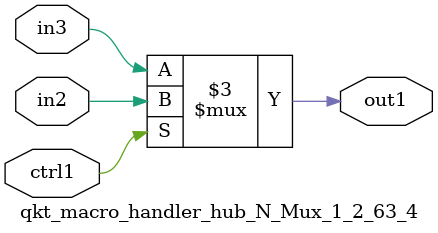
<source format=v>

`timescale 1ps / 1ps


module qkt_macro_handler_hub_N_Mux_1_2_63_4( in3, in2, ctrl1, out1 );

    input in3;
    input in2;
    input ctrl1;
    output out1;
    reg out1;

    
    // rtl_process:qkt_macro_handler_hub_N_Mux_1_2_63_4/qkt_macro_handler_hub_N_Mux_1_2_63_4_thread_1
    always @*
      begin : qkt_macro_handler_hub_N_Mux_1_2_63_4_thread_1
        case (ctrl1) 
          1'b1: 
            begin
              out1 = in2;
            end
          default: 
            begin
              out1 = in3;
            end
        endcase
      end

endmodule



</source>
